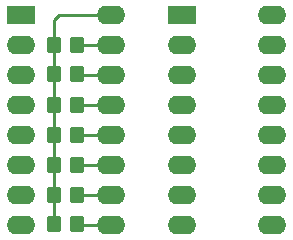
<source format=gbr>
%TF.GenerationSoftware,KiCad,Pcbnew,7.0.11*%
%TF.CreationDate,2024-05-08T00:17:06+03:00*%
%TF.ProjectId,rndip16,726e6469-7031-4362-9e6b-696361645f70,rev?*%
%TF.SameCoordinates,Original*%
%TF.FileFunction,Copper,L2,Bot*%
%TF.FilePolarity,Positive*%
%FSLAX46Y46*%
G04 Gerber Fmt 4.6, Leading zero omitted, Abs format (unit mm)*
G04 Created by KiCad (PCBNEW 7.0.11) date 2024-05-08 00:17:06*
%MOMM*%
%LPD*%
G01*
G04 APERTURE LIST*
G04 Aperture macros list*
%AMRoundRect*
0 Rectangle with rounded corners*
0 $1 Rounding radius*
0 $2 $3 $4 $5 $6 $7 $8 $9 X,Y pos of 4 corners*
0 Add a 4 corners polygon primitive as box body*
4,1,4,$2,$3,$4,$5,$6,$7,$8,$9,$2,$3,0*
0 Add four circle primitives for the rounded corners*
1,1,$1+$1,$2,$3*
1,1,$1+$1,$4,$5*
1,1,$1+$1,$6,$7*
1,1,$1+$1,$8,$9*
0 Add four rect primitives between the rounded corners*
20,1,$1+$1,$2,$3,$4,$5,0*
20,1,$1+$1,$4,$5,$6,$7,0*
20,1,$1+$1,$6,$7,$8,$9,0*
20,1,$1+$1,$8,$9,$2,$3,0*%
G04 Aperture macros list end*
%TA.AperFunction,ComponentPad*%
%ADD10R,2.400000X1.600000*%
%TD*%
%TA.AperFunction,ComponentPad*%
%ADD11O,2.400000X1.600000*%
%TD*%
%TA.AperFunction,SMDPad,CuDef*%
%ADD12RoundRect,0.250000X0.350000X0.450000X-0.350000X0.450000X-0.350000X-0.450000X0.350000X-0.450000X0*%
%TD*%
%TA.AperFunction,Conductor*%
%ADD13C,0.250000*%
%TD*%
G04 APERTURE END LIST*
D10*
%TO.P,J1,1,Pin_1*%
%TO.N,Net-(J1-Pin_1)*%
X55550000Y-47550000D03*
D11*
%TO.P,J1,2,Pin_2*%
%TO.N,Net-(J1-Pin_2)*%
X55550000Y-50090000D03*
%TO.P,J1,3,Pin_3*%
%TO.N,Net-(J1-Pin_3)*%
X55550000Y-52630000D03*
%TO.P,J1,4,Pin_4*%
%TO.N,Net-(J1-Pin_4)*%
X55550000Y-55170000D03*
%TO.P,J1,5,Pin_5*%
%TO.N,Net-(J1-Pin_5)*%
X55550000Y-57710000D03*
%TO.P,J1,6,Pin_6*%
%TO.N,Net-(J1-Pin_6)*%
X55550000Y-60250000D03*
%TO.P,J1,7,Pin_7*%
%TO.N,Net-(J1-Pin_7)*%
X55550000Y-62790000D03*
%TO.P,J1,8,Pin_8*%
%TO.N,Net-(J1-Pin_8)*%
X55550000Y-65330000D03*
%TO.P,J1,9,Pin_9*%
%TO.N,Net-(J1-Pin_9)*%
X63170000Y-65330000D03*
%TO.P,J1,10,Pin_10*%
%TO.N,Net-(J1-Pin_10)*%
X63170000Y-62790000D03*
%TO.P,J1,11,Pin_11*%
%TO.N,Net-(J1-Pin_11)*%
X63170000Y-60250000D03*
%TO.P,J1,12,Pin_12*%
%TO.N,Net-(J1-Pin_12)*%
X63170000Y-57710000D03*
%TO.P,J1,13,Pin_13*%
%TO.N,Net-(J1-Pin_13)*%
X63170000Y-55170000D03*
%TO.P,J1,14,Pin_14*%
%TO.N,Net-(J1-Pin_14)*%
X63170000Y-52630000D03*
%TO.P,J1,15,Pin_15*%
%TO.N,Net-(J1-Pin_15)*%
X63170000Y-50090000D03*
%TO.P,J1,16,Pin_16*%
%TO.N,Net-(J1-Pin_16)*%
X63170000Y-47550000D03*
%TD*%
D10*
%TO.P,J2,1,Pin_1*%
%TO.N,Net-(J2-Pin_1)*%
X69180000Y-47525000D03*
D11*
%TO.P,J2,2,Pin_2*%
%TO.N,Net-(J2-Pin_2)*%
X69180000Y-50065000D03*
%TO.P,J2,3,Pin_3*%
%TO.N,Net-(J2-Pin_3)*%
X69180000Y-52605000D03*
%TO.P,J2,4,Pin_4*%
%TO.N,Net-(J2-Pin_4)*%
X69180000Y-55145000D03*
%TO.P,J2,5,Pin_5*%
%TO.N,Net-(J2-Pin_5)*%
X69180000Y-57685000D03*
%TO.P,J2,6,Pin_6*%
%TO.N,Net-(J2-Pin_6)*%
X69180000Y-60225000D03*
%TO.P,J2,7,Pin_7*%
%TO.N,Net-(J2-Pin_7)*%
X69180000Y-62765000D03*
%TO.P,J2,8,Pin_8*%
%TO.N,Net-(J2-Pin_8)*%
X69180000Y-65305000D03*
%TO.P,J2,9,Pin_9*%
%TO.N,Net-(J2-Pin_9)*%
X76800000Y-65305000D03*
%TO.P,J2,10,Pin_10*%
%TO.N,Net-(J2-Pin_10)*%
X76800000Y-62765000D03*
%TO.P,J2,11,Pin_11*%
%TO.N,Net-(J2-Pin_11)*%
X76800000Y-60225000D03*
%TO.P,J2,12,Pin_12*%
%TO.N,Net-(J2-Pin_12)*%
X76800000Y-57685000D03*
%TO.P,J2,13,Pin_13*%
%TO.N,Net-(J2-Pin_13)*%
X76800000Y-55145000D03*
%TO.P,J2,14,Pin_14*%
%TO.N,Net-(J2-Pin_14)*%
X76800000Y-52605000D03*
%TO.P,J2,15,Pin_15*%
%TO.N,Net-(J2-Pin_15)*%
X76800000Y-50065000D03*
%TO.P,J2,16,Pin_16*%
%TO.N,Net-(J2-Pin_16)*%
X76800000Y-47525000D03*
%TD*%
D12*
%TO.P,R15,1*%
%TO.N,Net-(J1-Pin_15)*%
X60300000Y-50100000D03*
%TO.P,R15,2*%
%TO.N,Net-(J1-Pin_16)*%
X58300000Y-50100000D03*
%TD*%
%TO.P,R11,1*%
%TO.N,Net-(J1-Pin_11)*%
X60300000Y-60300000D03*
%TO.P,R11,2*%
%TO.N,Net-(J1-Pin_16)*%
X58300000Y-60300000D03*
%TD*%
%TO.P,R10,1*%
%TO.N,Net-(J1-Pin_10)*%
X60300000Y-62800000D03*
%TO.P,R10,2*%
%TO.N,Net-(J1-Pin_16)*%
X58300000Y-62800000D03*
%TD*%
%TO.P,R9,1*%
%TO.N,Net-(J1-Pin_9)*%
X60300000Y-65300000D03*
%TO.P,R9,2*%
%TO.N,Net-(J1-Pin_16)*%
X58300000Y-65300000D03*
%TD*%
%TO.P,R13,1*%
%TO.N,Net-(J1-Pin_13)*%
X60300000Y-55200000D03*
%TO.P,R13,2*%
%TO.N,Net-(J1-Pin_16)*%
X58300000Y-55200000D03*
%TD*%
%TO.P,R12,1*%
%TO.N,Net-(J1-Pin_12)*%
X60300000Y-57700000D03*
%TO.P,R12,2*%
%TO.N,Net-(J1-Pin_16)*%
X58300000Y-57700000D03*
%TD*%
%TO.P,R14,1*%
%TO.N,Net-(J1-Pin_14)*%
X60300000Y-52600000D03*
%TO.P,R14,2*%
%TO.N,Net-(J1-Pin_16)*%
X58300000Y-52600000D03*
%TD*%
D13*
%TO.N,Net-(J1-Pin_16)*%
X58750000Y-47550000D02*
X63170000Y-47550000D01*
X58300000Y-65300000D02*
X58300000Y-62800000D01*
X58300000Y-62800000D02*
X58300000Y-60300000D01*
X58300000Y-50100000D02*
X58300000Y-48000000D01*
X58300000Y-48000000D02*
X58750000Y-47550000D01*
X58300000Y-52600000D02*
X58300000Y-50100000D01*
X58300000Y-55200000D02*
X58300000Y-52600000D01*
X58300000Y-60300000D02*
X58300000Y-57700000D01*
X58300000Y-57700000D02*
X58300000Y-55200000D01*
%TO.N,Net-(J1-Pin_9)*%
X63170000Y-65330000D02*
X60330000Y-65330000D01*
X60330000Y-65330000D02*
X60300000Y-65300000D01*
%TO.N,Net-(J1-Pin_10)*%
X63170000Y-62790000D02*
X60310000Y-62790000D01*
X60310000Y-62790000D02*
X60300000Y-62800000D01*
%TO.N,Net-(J1-Pin_11)*%
X60350000Y-60250000D02*
X60300000Y-60300000D01*
X63170000Y-60250000D02*
X60350000Y-60250000D01*
%TO.N,Net-(J1-Pin_12)*%
X63170000Y-57710000D02*
X60310000Y-57710000D01*
X60310000Y-57710000D02*
X60300000Y-57700000D01*
%TO.N,Net-(J1-Pin_13)*%
X63170000Y-55170000D02*
X60330000Y-55170000D01*
X60330000Y-55170000D02*
X60300000Y-55200000D01*
%TO.N,Net-(J1-Pin_14)*%
X63170000Y-52630000D02*
X60330000Y-52630000D01*
X60330000Y-52630000D02*
X60300000Y-52600000D01*
%TO.N,Net-(J1-Pin_15)*%
X63170000Y-50090000D02*
X60310000Y-50090000D01*
X60310000Y-50090000D02*
X60300000Y-50100000D01*
%TD*%
M02*

</source>
